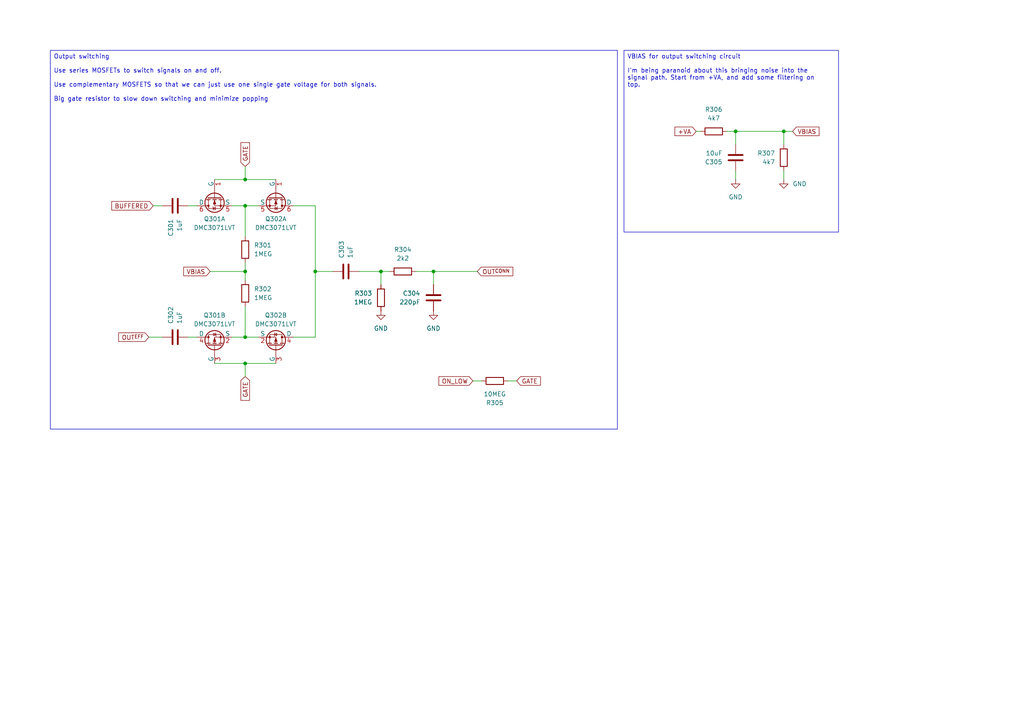
<source format=kicad_sch>
(kicad_sch (version 20250114) (generator "eeschema") (generator_version "9.0")
  (paper "A4")
  (lib_symbols
    (symbol "Device:C" (pin_numbers (hide yes)) (pin_names (offset 0.254))
      (property "Reference" "C" (at 0.635 2.54 0))
      (property "Value" "C" (at 0.635 -2.54 0))
      (symbol "C_0_1"
        (polyline (pts (xy -2.032 0.762) (xy 2.032 0.762)) (stroke (width 0.508)))
        (polyline (pts (xy -2.032 -0.762) (xy 2.032 -0.762)) (stroke (width 0.508)))
      )
      (symbol "C_1_1"
        (pin passive line (at 0 3.81 270) (length 2.794) (name "~") (number "1"))
        (pin passive line (at 0 -3.81 90) (length 2.794) (name "~") (number "2"))
      )
    )
    (symbol "Device:R" (pin_numbers (hide yes)) (pin_names (offset 0))
      (property "Reference" "R" (at 2.032 0 90))
      (property "Value" "R" (at 0 0 90))
      (symbol "R_0_1"
        (rectangle (start -1.016 -2.54) (end 1.016 2.54) (stroke (width 0.254)))
      )
      (symbol "R_1_1"
        (pin passive line (at 0 3.81 270) (length 1.27) (name "~") (number "1"))
        (pin passive line (at 0 -3.81 90) (length 1.27) (name "~") (number "2"))
      )
    )
    (symbol "Mylib:DMC3071LVT" (pin_names (offset 0))
      (property "Reference" "Q" (at 2.54 1.905 0))
      (property "Value" "DMC3071LVT" (at 2.54 0 0))
      (symbol "DMC3071LVT_0_1"
        (polyline (pts (xy -2.286 1.905) (xy -2.286 -1.905)) (stroke (width 0.254)))
        (polyline (pts (xy -2.286 0) (xy -5.08 0)))
        (polyline (pts (xy -1.778 2.286) (xy -1.778 1.27)) (stroke (width 0.254)))
        (polyline (pts (xy -1.778 0.508) (xy -1.778 -0.508)) (stroke (width 0.254)))
        (polyline (pts (xy -1.778 -1.27) (xy -1.778 -2.286)) (stroke (width 0.254)))
        (polyline (pts (xy -1.778 -1.778) (xy 0.762 -1.778) (xy 0.762 1.778) (xy -1.778 1.778)))
        (circle (center -0.889 0) (radius 2.794) (stroke (width 0.254)))
        (polyline (pts (xy 0 2.54) (xy 0 1.778)))
        (circle (center 0 1.778) (radius 0.254) (fill (type outline)))
        (circle (center 0 -1.778) (radius 0.254) (fill (type outline)))
        (polyline (pts (xy 0 -2.54) (xy 0 0) (xy -1.778 0)))
      )
      (symbol "DMC3071LVT_1_1"
        (polyline (pts (xy -1.524 0) (xy -0.508 0.381) (xy -0.508 -0.381) (xy -1.524 0)) (fill (type outline)))
        (polyline (pts (xy 0.254 0.508) (xy 0.381 0.381) (xy 1.143 0.381) (xy 1.27 0.254)))
        (polyline (pts (xy 0.762 0.381) (xy 0.381 -0.254) (xy 1.143 -0.254) (xy 0.762 0.381)))
        (pin passive line (at -7.62 0 0) (length 2.54) (name "G") (number "1"))
        (pin passive line (at 0 5.08 270) (length 2.54) (name "D") (number "6"))
        (pin passive line (at 0 -5.08 90) (length 2.54) (name "S") (number "5"))
      )
      (symbol "DMC3071LVT_2_1"
        (polyline (pts (xy -0.254 0) (xy -1.27 0.381) (xy -1.27 -0.381) (xy -0.254 0)) (fill (type outline)))
        (polyline (pts (xy 0.254 -0.508) (xy 0.381 -0.381) (xy 1.143 -0.381) (xy 1.27 -0.254)))
        (polyline (pts (xy 0.762 -0.381) (xy 0.381 0.254) (xy 1.143 0.254) (xy 0.762 -0.381)))
        (pin passive line (at -7.62 0 0) (length 2.54) (name "G") (number "3"))
        (pin passive line (at 0 5.08 270) (length 2.54) (name "D") (number "4"))
        (pin passive line (at 0 -5.08 90) (length 2.54) (name "S") (number "2"))
      )
    )
    (symbol "power:GND" (power) (pin_numbers (hide yes)) (pin_names (offset 0) (hide yes))
      (property "Value" "GND" (at 0 -3.81 0))
      (symbol "GND_0_1"
        (polyline (pts (xy 0 0) (xy 0 -1.27) (xy 1.27 -1.27) (xy 0 -2.54) (xy -1.27 -1.27) (xy 0 -1.27)))
      )
      (symbol "GND_1_1"
        (pin power_in line (at 0 0 270) (length 0) (name "~") (number "1"))
      )
    )
  )
  (text_box "Output switching\n\nUse series MOSFETs to switch signals on and off. \n\nUse complementary MOSFETS so that we can just use one single gate voltage for both signals.\n\nBig gate resistor to slow down switching and minimize popping\n" (at 14.605 14.605 0) (size 164.465 109.855) (margins 0.9525 0.9525 0.9525 0.9525) (effects (font (size 1.27 1.27)) (justify left top)))
  (text_box "VBIAS for output switching circuit\n\nI'm being paranoid about this bringing noise into the\nsignal path. Start from +VA, and add some filtering on\ntop." (at 180.975 14.605 0) (size 62.23 52.705) (margins 0.9525 0.9525 0.9525 0.9525) (effects (font (size 1.27 1.27)) (justify left top)))
  (junction (at 71.12 52.07))
  (junction (at 71.12 105.41))
  (junction (at 71.12 97.79))
  (junction (at 91.44 78.74))
  (junction (at 71.12 78.74))
  (junction (at 125.73 78.74))
  (junction (at 110.49 78.74))
  (junction (at 227.33 38.1))
  (junction (at 213.36 38.1))
  (junction (at 71.12 59.69))
  (wire (pts (xy 54.61 59.69) (xy 57.15 59.69)))
  (wire (pts (xy 67.31 97.79) (xy 71.12 97.79)))
  (wire (pts (xy 137.16 110.49) (xy 139.7 110.49)))
  (wire (pts (xy 227.33 41.91) (xy 227.33 38.1)))
  (wire (pts (xy 104.14 78.74) (xy 110.49 78.74)))
  (wire (pts (xy 91.44 59.69) (xy 91.44 78.74)))
  (wire (pts (xy 85.09 97.79) (xy 91.44 97.79)))
  (wire (pts (xy 62.23 52.07) (xy 71.12 52.07)))
  (wire (pts (xy 62.23 105.41) (xy 71.12 105.41)))
  (wire (pts (xy 91.44 78.74) (xy 96.52 78.74)))
  (wire (pts (xy 147.32 110.49) (xy 149.86 110.49)))
  (wire (pts (xy 71.12 59.69) (xy 74.93 59.69)))
  (wire (pts (xy 71.12 78.74) (xy 71.12 81.28)))
  (wire (pts (xy 213.36 38.1) (xy 227.33 38.1)))
  (wire (pts (xy 71.12 97.79) (xy 74.93 97.79)))
  (wire (pts (xy 67.31 59.69) (xy 71.12 59.69)))
  (wire (pts (xy 54.61 97.79) (xy 57.15 97.79)))
  (wire (pts (xy 71.12 88.9) (xy 71.12 97.79)))
  (wire (pts (xy 213.36 49.53) (xy 213.36 52.07)))
  (wire (pts (xy 44.45 59.69) (xy 46.99 59.69)))
  (wire (pts (xy 71.12 48.26) (xy 71.12 52.07)))
  (wire (pts (xy 71.12 109.22) (xy 71.12 105.41)))
  (wire (pts (xy 71.12 105.41) (xy 80.01 105.41)))
  (wire (pts (xy 85.09 59.69) (xy 91.44 59.69)))
  (wire (pts (xy 43.18 97.79) (xy 46.99 97.79)))
  (wire (pts (xy 60.96 78.74) (xy 71.12 78.74)))
  (wire (pts (xy 227.33 38.1) (xy 229.87 38.1)))
  (wire (pts (xy 125.73 78.74) (xy 138.43 78.74)))
  (wire (pts (xy 91.44 78.74) (xy 91.44 97.79)))
  (wire (pts (xy 71.12 52.07) (xy 80.01 52.07)))
  (wire (pts (xy 210.82 38.1) (xy 213.36 38.1)))
  (wire (pts (xy 71.12 78.74) (xy 71.12 76.2)))
  (wire (pts (xy 125.73 78.74) (xy 125.73 82.55)))
  (wire (pts (xy 110.49 78.74) (xy 110.49 82.55)))
  (wire (pts (xy 201.93 38.1) (xy 203.2 38.1)))
  (wire (pts (xy 110.49 78.74) (xy 113.03 78.74)))
  (wire (pts (xy 120.65 78.74) (xy 125.73 78.74)))
  (wire (pts (xy 227.33 49.53) (xy 227.33 52.07)))
  (wire (pts (xy 213.36 38.1) (xy 213.36 41.91)))
  (wire (pts (xy 71.12 59.69) (xy 71.12 68.58)))
  (global_label "ON_LOW" (shape input) (at 137.16 110.49 180) (property "Intersheetrefs" "${INTERSHEET_REFS}" (effects (hide yes))))
  (global_label "BUFFERED" (shape input) (at 44.45 59.69 180) (property "Intersheetrefs" "${INTERSHEET_REFS}" (effects (hide yes))))
  (global_label "VBIAS" (shape input) (at 229.87 38.1 0) (property "Intersheetrefs" "${INTERSHEET_REFS}" (effects (hide yes))))
  (global_label "OUT^{CONN}" (shape input) (at 138.43 78.74 0) (property "Intersheetrefs" "${INTERSHEET_REFS}" (effects (hide yes))))
  (global_label "GATE" (shape input) (at 71.12 48.26 90) (property "Intersheetrefs" "${INTERSHEET_REFS}" (effects (hide yes))))
  (global_label "+VA" (shape input) (at 201.93 38.1 180) (property "Intersheetrefs" "${INTERSHEET_REFS}" (effects (hide yes))))
  (global_label "GATE" (shape input) (at 71.12 109.22 270) (property "Intersheetrefs" "${INTERSHEET_REFS}" (effects (hide yes))))
  (global_label "GATE" (shape input) (at 149.86 110.49 0) (property "Intersheetrefs" "${INTERSHEET_REFS}" (effects (hide yes))))
  (global_label "OUT^{EFF}" (shape input) (at 43.18 97.79 180) (property "Intersheetrefs" "${INTERSHEET_REFS}" (effects (hide yes))))
  (global_label "VBIAS" (shape input) (at 60.96 78.74 180) (property "Intersheetrefs" "${INTERSHEET_REFS}" (effects (hide yes))))
  (symbol (lib_id "Device:R") (at 110.49 86.36 0) (mirror x) (unit 1)
    (property "Reference" "R303" (at 107.95 85.0899 0) (effects (justify right)))
    (property "Value" "1MEG" (at 107.95 87.6299 0) (effects (justify right)))
    (property "Footprint" "Resistor_SMD:R_0805_2012Metric" (effects (hide yes)))
    (property "Description" "Resistor" (effects (hide yes)))
  )
  (symbol (lib_id "Mylib:DMC3071LVT") (at 62.23 59.69 90) (mirror x) (unit 1)
    (property "Reference" "Q301" (at 62.23 63.5 90))
    (property "Value" "DMC3071LVT" (at 62.23 66.04 90))
    (property "Footprint" "Package_TO_SOT_SMD:TSOT-23-6" (effects (hide yes)))
    (property "Datasheet" "https://www.diodes.com/datasheet/download/DMC3071LVT.pdf" (effects (hide yes)))
    (property "Description" "Complementary pair enhancement mode MOSFET, TSOT-23-6" (effects (hide yes)))
    (property "Sim.Library" "${TOPLEVEL}/symbols/DMC3071LVT.lib" (effects (hide yes)))
    (property "Sim.Name" "DMC3071LVT" (effects (hide yes)))
    (property "Sim.Device" "SUBCKT" (effects (hide yes)))
    (property "Sim.Pins" "1=G1 2=S2 3=G2 4=D2 5=S1 6=D1" (effects (hide yes)))
  )
  (symbol (lib_id "Device:C") (at 50.8 97.79 90) (unit 1)
    (property "Reference" "C302" (at 49.5299 93.98 0) (effects (justify left)))
    (property "Value" "1uF" (at 52.0699 93.98 0) (effects (justify left)))
    (property "Footprint" "Capacitor_SMD:C_1206_3216Metric" (effects (hide yes)))
    (property "Description" "Unpolarized capacitor" (effects (hide yes)))
  )
  (symbol (lib_id "Device:R") (at 143.51 110.49 90) (mirror x) (unit 1)
    (property "Reference" "R305" (at 143.51 116.84 90))
    (property "Value" "10MEG" (at 143.51 114.3 90))
    (property "Footprint" "Resistor_SMD:R_0805_2012Metric" (effects (hide yes)))
    (property "Description" "Resistor" (effects (hide yes)))
  )
  (symbol (lib_id "Device:C") (at 50.8 59.69 90) (mirror x) (unit 1)
    (property "Reference" "C301" (at 49.5299 63.5 0) (effects (justify left)))
    (property "Value" "1uF" (at 52.0699 63.5 0) (effects (justify left)))
    (property "Footprint" "Capacitor_SMD:C_1206_3216Metric" (effects (hide yes)))
    (property "Description" "Unpolarized capacitor" (effects (hide yes)))
  )
  (symbol (lib_id "Device:R") (at 71.12 85.09 0) (unit 1)
    (property "Reference" "R302" (at 73.66 83.8199 0) (effects (justify left)))
    (property "Value" "1MEG" (at 73.66 86.3599 0) (effects (justify left)))
    (property "Footprint" "Resistor_SMD:R_0805_2012Metric" (effects (hide yes)))
    (property "Description" "Resistor" (effects (hide yes)))
  )
  (symbol (lib_id "Device:R") (at 207.01 38.1 270) (unit 1)
    (property "Reference" "R306" (at 207.01 31.75 90))
    (property "Value" "4k7" (at 207.01 34.29 90))
    (property "Footprint" "Resistor_SMD:R_0805_2012Metric" (effects (hide yes)))
    (property "Description" "Resistor" (effects (hide yes)))
  )
  (symbol (lib_id "power:GND") (at 213.36 52.07 0) (unit 1)
    (property "Reference" "#PWR0303" (effects (hide yes)))
    (property "Value" "GND" (at 213.36 57.15 0))
    (property "Description" "Power symbol creates a global label with name \"GND\" , ground" (effects (hide yes)))
  )
  (symbol (lib_id "Device:R") (at 116.84 78.74 90) (unit 1)
    (property "Reference" "R304" (at 116.84 72.39 90))
    (property "Value" "2k2" (at 116.84 74.93 90))
    (property "Footprint" "Resistor_SMD:R_0805_2012Metric" (effects (hide yes)))
    (property "Description" "Resistor" (effects (hide yes)))
  )
  (symbol (lib_id "Device:C") (at 213.36 45.72 180) (unit 1)
    (property "Reference" "C305" (at 209.55 46.9901 0) (effects (justify left)))
    (property "Value" "10uF" (at 209.55 44.4501 0) (effects (justify left)))
    (property "Footprint" "Capacitor_SMD:C_1206_3216Metric" (effects (hide yes)))
    (property "Description" "Unpolarized capacitor" (effects (hide yes)))
  )
  (symbol (lib_id "Device:C") (at 125.73 86.36 0) (mirror y) (unit 1)
    (property "Reference" "C304" (at 121.92 85.0899 0) (effects (justify left)))
    (property "Value" "220pF" (at 121.92 87.6299 0) (effects (justify left)))
    (property "Footprint" "Capacitor_SMD:C_0805_2012Metric" (effects (hide yes)))
    (property "Description" "Unpolarized capacitor" (effects (hide yes)))
  )
  (symbol (lib_id "power:GND") (at 110.49 90.17 0) (unit 1)
    (property "Reference" "#PWR0301" (effects (hide yes)))
    (property "Value" "GND" (at 110.49 95.25 0))
    (property "Description" "Power symbol creates a global label with name \"GND\" , ground" (effects (hide yes)))
  )
  (symbol (lib_id "Device:R") (at 227.33 45.72 0) (mirror x) (unit 1)
    (property "Reference" "R307" (at 224.79 44.4499 0) (effects (justify right)))
    (property "Value" "4k7" (at 224.79 46.9899 0) (effects (justify right)))
    (property "Footprint" "Resistor_SMD:R_0805_2012Metric" (effects (hide yes)))
    (property "Description" "Resistor" (effects (hide yes)))
  )
  (symbol (lib_id "power:GND") (at 227.33 52.07 0) (unit 1)
    (property "Reference" "#PWR0305" (effects (hide yes)))
    (property "Value" "GND" (at 229.87 53.3399 0) (effects (justify left)))
    (property "Description" "Power symbol creates a global label with name \"GND\" , ground" (effects (hide yes)))
  )
  (symbol (lib_id "power:GND") (at 125.73 90.17 0) (unit 1)
    (property "Reference" "#PWR0302" (effects (hide yes)))
    (property "Value" "GND" (at 125.73 95.25 0))
    (property "Description" "Power symbol creates a global label with name \"GND\" , ground" (effects (hide yes)))
  )
  (symbol (lib_id "Mylib:DMC3071LVT") (at 62.23 97.79 90) (unit 2)
    (property "Reference" "Q301" (at 62.23 91.44 90))
    (property "Value" "DMC3071LVT" (at 62.23 93.98 90))
    (property "Footprint" "Package_TO_SOT_SMD:TSOT-23-6" (effects (hide yes)))
    (property "Datasheet" "https://www.diodes.com/datasheet/download/DMC3071LVT.pdf" (effects (hide yes)))
    (property "Description" "Complementary pair enhancement mode MOSFET, TSOT-23-6" (effects (hide yes)))
    (property "Sim.Library" "${TOPLEVEL}/symbols/DMC3071LVT.lib" (effects (hide yes)))
    (property "Sim.Name" "DMC3071LVT" (effects (hide yes)))
    (property "Sim.Device" "SUBCKT" (effects (hide yes)))
    (property "Sim.Pins" "1=G1 2=S2 3=G2 4=D2 5=S1 6=D1" (effects (hide yes)))
  )
  (symbol (lib_id "Device:C") (at 100.33 78.74 90) (unit 1)
    (property "Reference" "C303" (at 99.0599 74.93 0) (effects (justify left)))
    (property "Value" "1uF" (at 101.5999 74.93 0) (effects (justify left)))
    (property "Footprint" "Capacitor_SMD:C_1206_3216Metric" (effects (hide yes)))
    (property "Description" "Unpolarized capacitor" (effects (hide yes)))
  )
  (symbol (lib_id "Device:R") (at 71.12 72.39 0) (unit 1)
    (property "Reference" "R301" (at 73.66 71.1199 0) (effects (justify left)))
    (property "Value" "1MEG" (at 73.66 73.6599 0) (effects (justify left)))
    (property "Footprint" "Resistor_SMD:R_0805_2012Metric" (effects (hide yes)))
    (property "Description" "Resistor" (effects (hide yes)))
  )
  (symbol (lib_id "Mylib:DMC3071LVT") (at 80.01 59.69 270) (unit 1)
    (property "Reference" "Q302" (at 80.01 63.5 90))
    (property "Value" "DMC3071LVT" (at 80.01 66.04 90))
    (property "Footprint" "Package_TO_SOT_SMD:TSOT-23-6" (effects (hide yes)))
    (property "Datasheet" "https://www.diodes.com/datasheet/download/DMC3071LVT.pdf" (effects (hide yes)))
    (property "Description" "Complementary pair enhancement mode MOSFET, TSOT-23-6" (effects (hide yes)))
    (property "Sim.Library" "${TOPLEVEL}/symbols/DMC3071LVT.lib" (effects (hide yes)))
    (property "Sim.Name" "DMC3071LVT" (effects (hide yes)))
    (property "Sim.Device" "SUBCKT" (effects (hide yes)))
    (property "Sim.Pins" "1=G1 2=S2 3=G2 4=D2 5=S1 6=D1" (effects (hide yes)))
  )
  (symbol (lib_id "Mylib:DMC3071LVT") (at 80.01 97.79 270) (mirror x) (unit 2)
    (property "Reference" "Q302" (at 80.01 91.44 90))
    (property "Value" "DMC3071LVT" (at 80.01 93.98 90))
    (property "Footprint" "Package_TO_SOT_SMD:TSOT-23-6" (effects (hide yes)))
    (property "Datasheet" "https://www.diodes.com/datasheet/download/DMC3071LVT.pdf" (effects (hide yes)))
    (property "Description" "Complementary pair enhancement mode MOSFET, TSOT-23-6" (effects (hide yes)))
    (property "Sim.Library" "${TOPLEVEL}/symbols/DMC3071LVT.lib" (effects (hide yes)))
    (property "Sim.Name" "DMC3071LVT" (effects (hide yes)))
    (property "Sim.Device" "SUBCKT" (effects (hide yes)))
    (property "Sim.Pins" "1=G1 2=S2 3=G2 4=D2 5=S1 6=D1" (effects (hide yes)))
  )
)
</source>
